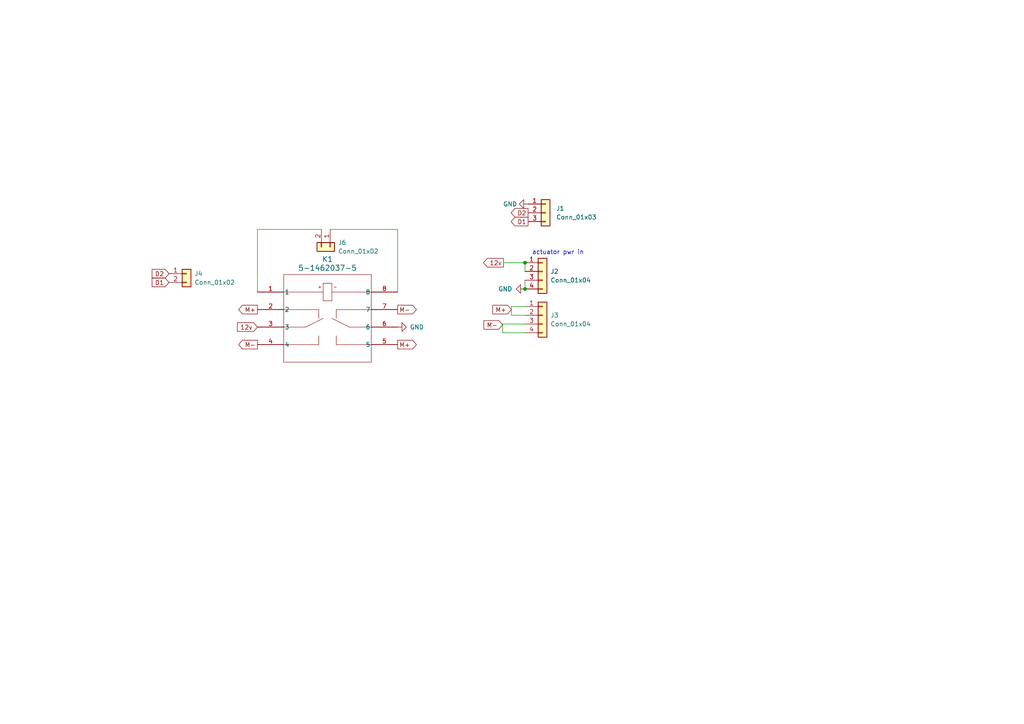
<source format=kicad_sch>
(kicad_sch (version 20230121) (generator eeschema)
  (paper "A4")
  (lib_symbols
    (symbol "Connector_Generic:Conn_01x02" (pin_names (offset 1.016) hide)
      (property "Reference" "J" (at 0 2.54 0))
      (property "Value" "Conn_01x02" (at 0 -5.08 0))
      (symbol "Conn_01x02_1_1"
        (rectangle (start -1.27 -2.413) (end 0 -2.667) (stroke (width 0.1524)))
        (rectangle (start -1.27 0.127) (end 0 -0.127) (stroke (width 0.1524)))
        (rectangle (start -1.27 1.27) (end 1.27 -3.81) (stroke (width 0.254)) (fill (type background)))
        (pin passive line (at -5.08 0 0) (length 3.81) (name "Pin_1") (number "1"))
        (pin passive line (at -5.08 -2.54 0) (length 3.81) (name "Pin_2") (number "2"))
      )
    )
    (symbol "Connector_Generic:Conn_01x03" (pin_names (offset 1.016) hide)
      (property "Reference" "J" (at 0 5.08 0))
      (property "Value" "Conn_01x03" (at 0 -5.08 0))
      (symbol "Conn_01x03_1_1"
        (rectangle (start -1.27 -2.413) (end 0 -2.667) (stroke (width 0.1524)))
        (rectangle (start -1.27 0.127) (end 0 -0.127) (stroke (width 0.1524)))
        (rectangle (start -1.27 2.667) (end 0 2.413) (stroke (width 0.1524)))
        (rectangle (start -1.27 3.81) (end 1.27 -3.81) (stroke (width 0.254)) (fill (type background)))
        (pin passive line (at -5.08 2.54 0) (length 3.81) (name "Pin_1") (number "1"))
        (pin passive line (at -5.08 0 0) (length 3.81) (name "Pin_2") (number "2"))
        (pin passive line (at -5.08 -2.54 0) (length 3.81) (name "Pin_3") (number "3"))
      )
    )
    (symbol "Connector_Generic:Conn_01x04" (pin_names (offset 1.016) hide)
      (property "Reference" "J" (at 0 5.08 0))
      (property "Value" "Conn_01x04" (at 0 -7.62 0))
      (symbol "Conn_01x04_1_1"
        (rectangle (start -1.27 -4.953) (end 0 -5.207) (stroke (width 0.1524)))
        (rectangle (start -1.27 -2.413) (end 0 -2.667) (stroke (width 0.1524)))
        (rectangle (start -1.27 0.127) (end 0 -0.127) (stroke (width 0.1524)))
        (rectangle (start -1.27 2.667) (end 0 2.413) (stroke (width 0.1524)))
        (rectangle (start -1.27 3.81) (end 1.27 -6.35) (stroke (width 0.254)) (fill (type background)))
        (pin passive line (at -5.08 2.54 0) (length 3.81) (name "Pin_1") (number "1"))
        (pin passive line (at -5.08 0 0) (length 3.81) (name "Pin_2") (number "2"))
        (pin passive line (at -5.08 -2.54 0) (length 3.81) (name "Pin_3") (number "3"))
        (pin passive line (at -5.08 -5.08 0) (length 3.81) (name "Pin_4") (number "4"))
      )
    )
    (symbol "peripheral_symbols:5-1462037-5" (pin_names (offset 0.254))
      (property "Reference" "K" (at 20.32 10.16 0))
      (property "Value" "5-1462037-5" (at 20.32 7.62 0))
      (symbol "5-1462037-5_0_1"
        (polyline (pts (xy 7.62 -20.32) (xy 33.02 -20.32)) (stroke (width 0.127)))
        (polyline (pts (xy 7.62 -10.16) (xy 13.97 -10.16)) (stroke (width 0.127)))
        (polyline (pts (xy 7.62 -5.08) (xy 17.78 -5.08)) (stroke (width 0.127)))
        (polyline (pts (xy 7.62 0) (xy 19.05 0)) (stroke (width 0.127)))
        (polyline (pts (xy 7.62 5.08) (xy 7.62 -20.32)) (stroke (width 0.127)))
        (polyline (pts (xy 13.97 -10.16) (xy 19.05 -7.62)) (stroke (width 0.127)))
        (polyline (pts (xy 17.78 -15.24) (xy 7.62 -15.24)) (stroke (width 0.127)))
        (polyline (pts (xy 17.78 -12.7) (xy 17.78 -15.24)) (stroke (width 0.127)))
        (polyline (pts (xy 17.78 -5.08) (xy 17.78 -7.62)) (stroke (width 0.127)))
        (polyline (pts (xy 17.78 1.4288) (xy 18.415 1.4288)) (stroke (width 0.127)))
        (polyline (pts (xy 18.0975 1.7463) (xy 18.0975 1.1113)) (stroke (width 0.127)))
        (polyline (pts (xy 19.05 -2.54) (xy 21.59 -2.54)) (stroke (width 0.127)))
        (polyline (pts (xy 19.05 2.54) (xy 19.05 -2.54)) (stroke (width 0.127)))
        (polyline (pts (xy 21.59 -2.54) (xy 21.59 2.54)) (stroke (width 0.127)))
        (polyline (pts (xy 21.59 0) (xy 33.02 0)) (stroke (width 0.127)))
        (polyline (pts (xy 21.59 2.54) (xy 19.05 2.54)) (stroke (width 0.127)))
        (polyline (pts (xy 22.225 1.4288) (xy 22.86 1.4288)) (stroke (width 0.127)))
        (polyline (pts (xy 22.86 -15.24) (xy 22.86 -12.7)) (stroke (width 0.127)))
        (polyline (pts (xy 22.86 -7.62) (xy 22.86 -5.08)) (stroke (width 0.127)))
        (polyline (pts (xy 22.86 -5.08) (xy 33.02 -5.08)) (stroke (width 0.127)))
        (polyline (pts (xy 26.67 -10.16) (xy 21.59 -7.62)) (stroke (width 0.127)))
        (polyline (pts (xy 33.02 -20.32) (xy 33.02 5.08)) (stroke (width 0.127)))
        (polyline (pts (xy 33.02 -15.24) (xy 22.86 -15.24)) (stroke (width 0.127)))
        (polyline (pts (xy 33.02 -10.16) (xy 26.67 -10.16)) (stroke (width 0.127)))
        (polyline (pts (xy 33.02 5.08) (xy 7.62 5.08)) (stroke (width 0.127)))
        (pin unspecified line (at 0 0 0) (length 7.62) (name "1") (number "1"))
        (pin unspecified line (at 0 -5.08 0) (length 7.62) (name "2") (number "2"))
        (pin unspecified line (at 0 -10.16 0) (length 7.62) (name "3") (number "3"))
        (pin unspecified line (at 0 -15.24 0) (length 7.62) (name "4") (number "4"))
        (pin unspecified line (at 40.64 -15.24 180) (length 7.62) (name "5") (number "5"))
        (pin unspecified line (at 40.64 -10.16 180) (length 7.62) (name "6") (number "6"))
        (pin unspecified line (at 40.64 -5.08 180) (length 7.62) (name "7") (number "7"))
        (pin unspecified line (at 40.64 0 180) (length 7.62) (name "8") (number "8"))
      )
    )
    (symbol "power:GND" (power) (pin_names (offset 0))
      (property "Value" "GND" (at 0 -3.81 0))
      (symbol "GND_0_1"
        (polyline (pts (xy 0 0) (xy 0 -1.27) (xy 1.27 -1.27) (xy 0 -2.54) (xy -1.27 -1.27) (xy 0 -1.27)))
      )
      (symbol "GND_1_1"
        (pin power_in line (at 0 0 270) (length 0) hide (name "GND") (number "1"))
      )
    )
  )
  (junction (at 152.273 76.2))
  (junction (at 152.273 83.82))
  (wire (pts (xy 148.336 91.44) (xy 152.273 91.44)))
  (wire (pts (xy 152.273 76.2) (xy 152.273 78.74)))
  (wire (pts (xy 115.316 66.548) (xy 95.758 66.548)))
  (wire (pts (xy 74.676 66.548) (xy 93.218 66.548)))
  (wire (pts (xy 152.273 88.9) (xy 148.336 88.9)))
  (wire (pts (xy 148.336 88.9) (xy 148.336 91.44)))
  (wire (pts (xy 145.796 96.52) (xy 152.273 96.52)))
  (wire (pts (xy 146.05 76.2) (xy 152.273 76.2)))
  (wire (pts (xy 74.676 84.709) (xy 74.676 66.548)))
  (wire (pts (xy 152.273 81.28) (xy 152.273 83.82)))
  (wire (pts (xy 145.796 93.98) (xy 145.796 96.52)))
  (wire (pts (xy 115.316 84.709) (xy 115.316 66.548)))
  (wire (pts (xy 152.273 93.98) (xy 145.796 93.98)))
  (text "actuator pwr in" (at 154.305 74.041 0) (effects (font (size 1.27 1.27)) (justify left bottom)))
  (global_label "12v" (shape input) (at 74.676 94.869 180) (property "Intersheetrefs" "${INTERSHEET_REFS}" (effects hide)))
  (global_label "12v" (shape output) (at 146.05 76.2 180) (property "Intersheetrefs" "${INTERSHEET_REFS}" (effects hide)))
  (global_label "D2" (shape output) (at 153.162 61.722 180) (property "Intersheetrefs" "${INTERSHEET_REFS}" (effects hide)))
  (global_label "M+" (shape input) (at 148.336 89.789 180) (property "Intersheetrefs" "${INTERSHEET_REFS}" (effects hide)))
  (global_label "D1" (shape input) (at 49.022 81.915 180) (property "Intersheetrefs" "${INTERSHEET_REFS}" (effects hide)))
  (global_label "M-" (shape output) (at 74.676 99.949 180) (property "Intersheetrefs" "${INTERSHEET_REFS}" (effects hide)))
  (global_label "M-" (shape input) (at 145.796 94.234 180) (property "Intersheetrefs" "${INTERSHEET_REFS}" (effects hide)))
  (global_label "D1" (shape output) (at 153.162 64.262 180) (property "Intersheetrefs" "${INTERSHEET_REFS}" (effects hide)))
  (global_label "M+" (shape output) (at 74.676 89.789 180) (property "Intersheetrefs" "${INTERSHEET_REFS}" (effects hide)))
  (global_label "M+" (shape output) (at 115.316 99.949 0) (property "Intersheetrefs" "${INTERSHEET_REFS}" (effects hide)))
  (global_label "M-" (shape output) (at 115.316 89.789 0) (property "Intersheetrefs" "${INTERSHEET_REFS}" (effects hide)))
  (global_label "D2" (shape input) (at 49.022 79.375 180) (property "Intersheetrefs" "${INTERSHEET_REFS}" (effects hide)))
  (symbol (lib_id "Connector_Generic:Conn_01x04") (at 157.353 91.44 0) (unit 1)
    (property "Reference" "J3" (at 159.639 91.44 0) (effects (justify left)))
    (property "Value" "Conn_01x04" (at 159.639 93.98 0) (effects (justify left)))
    (property "Footprint" "peripheralio:CONN_T4041017041-000_TEC" (effects hide))
  )
  (symbol (lib_id "Connector_Generic:Conn_01x03") (at 158.242 61.722 0) (unit 1)
    (property "Reference" "J1" (at 161.29 60.452 0) (effects (justify left)))
    (property "Value" "Conn_01x03" (at 161.29 62.992 0) (effects (justify left)))
    (property "Footprint" "peripheralio:SMD_picoblade_hori_1x03" (effects hide))
  )
  (symbol (lib_id "power:GND") (at 152.273 83.82 270) (unit 1)
    (property "Reference" "#PWR04" (effects hide))
    (property "Value" "GND" (at 148.59 83.82 90) (effects (justify right)))
  )
  (symbol (lib_id "Connector_Generic:Conn_01x02") (at 54.102 79.375 0) (unit 1)
    (property "Reference" "J4" (at 56.388 79.375 0) (effects (justify left)))
    (property "Value" "Conn_01x02" (at 56.388 81.915 0) (effects (justify left)))
    (property "Footprint" "Connector_PinHeader_2.54mm:PinHeader_1x02_P2.54mm_Vertical" (effects hide))
  )
  (symbol (lib_id "power:GND") (at 115.316 94.869 90) (unit 1)
    (property "Reference" "#PWR03" (effects hide))
    (property "Value" "GND" (at 118.872 94.869 90) (effects (justify right)))
  )
  (symbol (lib_id "Connector_Generic:Conn_01x02") (at 95.758 71.628 270) (unit 1)
    (property "Reference" "J6" (at 98.044 70.358 90) (effects (justify left)))
    (property "Value" "Conn_01x02" (at 98.044 72.898 90) (effects (justify left)))
    (property "Footprint" "Connector_PinHeader_2.54mm:PinHeader_1x02_P2.54mm_Vertical" (effects hide))
  )
  (symbol (lib_id "peripheral_symbols:5-1462037-5") (at 74.676 84.709 0) (unit 1)
    (property "Reference" "K1" (at 94.996 75.184 0) (effects (font (size 1.524 1.524))))
    (property "Value" "5-1462037-5" (at 94.996 77.724 0) (effects (font (size 1.524 1.524))))
    (property "Footprint" "peripheralio:RELAY8_SMTJLG_TEC" (effects hide))
    (property "Datasheet" "5-1462037-5" (effects hide))
  )
  (symbol (lib_id "power:GND") (at 153.162 59.182 270) (unit 1)
    (property "Reference" "#PWR01" (effects hide))
    (property "Value" "GND" (at 149.987 59.182 90) (effects (justify right)))
  )
  (symbol (lib_id "Connector_Generic:Conn_01x04") (at 157.353 78.74 0) (unit 1)
    (property "Reference" "J2" (at 159.639 78.74 0) (effects (justify left)))
    (property "Value" "Conn_01x04" (at 159.639 81.28 0) (effects (justify left)))
    (property "Footprint" "peripheralio:CONN_T4041017041-000_TEC" (effects hide))
  )
)
</source>
